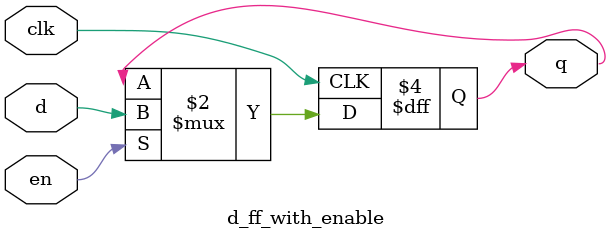
<source format=v>
module d_ff_with_enable(input en, clk, d, output reg q);

	always@(posedge clk) 
	begin
		if (en)
			q <= d;
	end

endmodule
</source>
